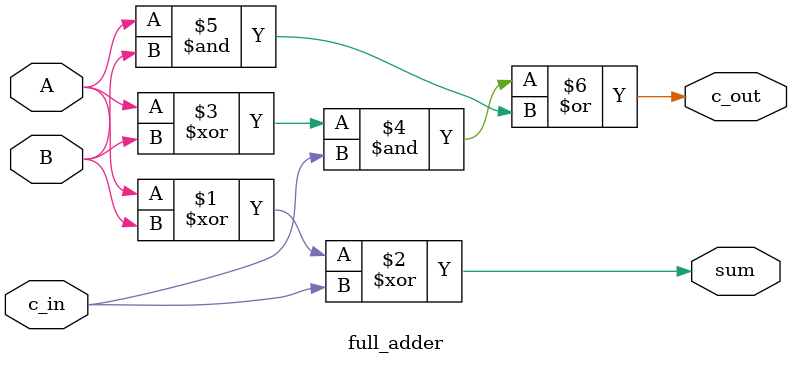
<source format=v>
module full_adder (
    input A,
    input B,
    input c_in,
    output sum,
    output c_out
);

assign sum = A ^ B ^ c_in;
assign c_out = ((A ^ B) & c_in) | (A & B);

endmodule
</source>
